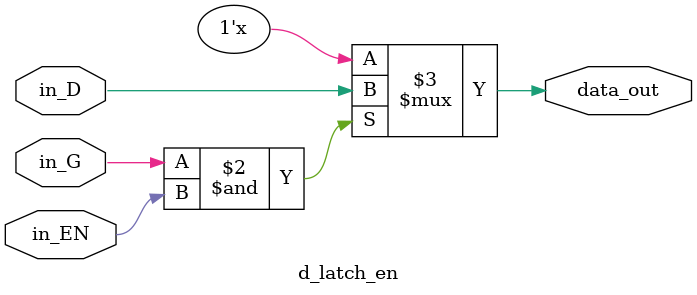
<source format=v>

module d_latch_en (
	input in_D, in_G, in_EN,
	output reg data_out
	);
	
	always @ (*)
		if(in_G & in_EN)
			data_out<=in_D;

endmodule
</source>
